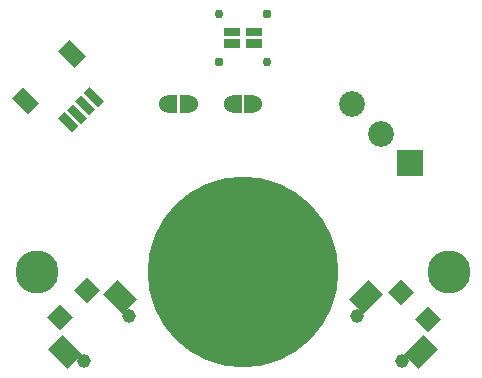
<source format=gbr>
G04 start of page 7 for group -4063 idx -4063 *
G04 Title: (unknown), componentmask *
G04 Creator: pcb 4.0.2 *
G04 CreationDate: Mon Feb 22 17:58:38 2021 UTC *
G04 For: ndholmes *
G04 Format: Gerber/RS-274X *
G04 PCB-Dimensions (mil): 2500.00 2500.00 *
G04 PCB-Coordinate-Origin: lower left *
%MOIN*%
%FSLAX25Y25*%
%LNTOPMASK*%
%ADD49C,0.0600*%
%ADD48C,0.6360*%
%ADD47C,0.0300*%
%ADD46C,0.0310*%
%ADD45C,0.1438*%
%ADD44C,0.0860*%
%ADD43C,0.0001*%
%ADD42C,0.0454*%
G54D42*X162997Y110175D03*
X177919Y95254D03*
G54D43*G36*
X176444Y165556D02*Y156956D01*
X185044D01*
Y165556D01*
X176444D01*
G37*
G54D44*X171000Y171000D03*
X161257Y180743D03*
G54D42*X72081Y95254D03*
X87003Y110175D03*
G54D45*X56250Y125000D03*
G54D46*X117000Y195000D03*
G54D47*Y211000D03*
G54D45*X193750Y125000D03*
G54D48*X125000D03*
G54D46*X133000Y211000D03*
G54D47*Y195000D03*
G54D43*G36*
X177693Y122628D02*X173372Y118307D01*
X177699Y113979D01*
X182021Y118301D01*
X177693Y122628D01*
G37*
G36*
X186741Y113581D02*X182419Y109259D01*
X186746Y104932D01*
X191068Y109254D01*
X186741Y113581D01*
G37*
G36*
X171717Y117469D02*X166839Y122347D01*
X160290Y115798D01*
X165169Y110920D01*
X171717Y117469D01*
G37*
G36*
X190091Y99095D02*X185213Y103974D01*
X178664Y97425D01*
X183542Y92546D01*
X190091Y99095D01*
G37*
G54D49*X121600Y181000D03*
G54D43*G36*
X124600Y184000D02*X121600D01*
Y178000D01*
X124600D01*
Y184000D01*
G37*
G54D49*X128400Y181000D03*
G54D43*G36*
Y184000D02*X125400D01*
Y178000D01*
X128400D01*
Y184000D01*
G37*
G36*
X118794Y202611D02*Y199649D01*
X124119D01*
Y202611D01*
X118794D01*
G37*
G36*
X125881D02*Y199649D01*
X131206D01*
Y202611D01*
X125881D01*
G37*
G36*
Y206351D02*Y203389D01*
X131206D01*
Y206351D01*
X125881D01*
G37*
G36*
X118794D02*Y203389D01*
X124119D01*
Y206351D01*
X118794D01*
G37*
G36*
X73854Y186592D02*X71759Y184498D01*
X76498Y179759D01*
X78592Y181854D01*
X73854Y186592D01*
G37*
G36*
X71070Y183809D02*X68975Y181714D01*
X73714Y176975D01*
X75809Y179070D01*
X71070Y183809D01*
G37*
G36*
X68286Y181025D02*X66191Y178930D01*
X70930Y174191D01*
X73025Y176286D01*
X68286Y181025D01*
G37*
G36*
X68277Y109955D02*X63955Y114277D01*
X59628Y109950D01*
X63950Y105628D01*
X68277Y109955D01*
G37*
G36*
X77324Y119003D02*X73003Y123324D01*
X68676Y118997D01*
X72997Y114676D01*
X77324Y119003D01*
G37*
G36*
X64787Y103974D02*X59909Y99095D01*
X66458Y92546D01*
X71336Y97425D01*
X64787Y103974D01*
G37*
G36*
X83161Y122347D02*X78283Y117469D01*
X84831Y110920D01*
X89710Y115798D01*
X83161Y122347D01*
G37*
G36*
X65502Y178241D02*X63408Y176146D01*
X68146Y171408D01*
X70241Y173502D01*
X65502Y178241D01*
G37*
G36*
X67172Y202182D02*X63407Y198418D01*
X68843Y192983D01*
X72607Y196747D01*
X67172Y202182D01*
G37*
G36*
X51582Y186593D02*X47818Y182828D01*
X53253Y177393D01*
X57017Y181157D01*
X51582Y186593D01*
G37*
G54D49*X100100Y181000D03*
G54D43*G36*
X103100Y184000D02*X100100D01*
Y178000D01*
X103100D01*
Y184000D01*
G37*
G54D49*X106900Y181000D03*
G54D43*G36*
Y184000D02*X103900D01*
Y178000D01*
X106900D01*
Y184000D01*
G37*
M02*

</source>
